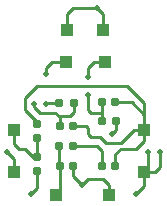
<source format=gtl>
%TF.GenerationSoftware,KiCad,Pcbnew,9.0.6*%
%TF.CreationDate,2026-01-01T02:53:18-05:00*%
%TF.ProjectId,Project Resonator Crossover Circuit PCB,50726f6a-6563-4742-9052-65736f6e6174,rev?*%
%TF.SameCoordinates,Original*%
%TF.FileFunction,Copper,L1,Top*%
%TF.FilePolarity,Positive*%
%FSLAX46Y46*%
G04 Gerber Fmt 4.6, Leading zero omitted, Abs format (unit mm)*
G04 Created by KiCad (PCBNEW 9.0.6) date 2026-01-01 02:53:18*
%MOMM*%
%LPD*%
G01*
G04 APERTURE LIST*
G04 Aperture macros list*
%AMRoundRect*
0 Rectangle with rounded corners*
0 $1 Rounding radius*
0 $2 $3 $4 $5 $6 $7 $8 $9 X,Y pos of 4 corners*
0 Add a 4 corners polygon primitive as box body*
4,1,4,$2,$3,$4,$5,$6,$7,$8,$9,$2,$3,0*
0 Add four circle primitives for the rounded corners*
1,1,$1+$1,$2,$3*
1,1,$1+$1,$4,$5*
1,1,$1+$1,$6,$7*
1,1,$1+$1,$8,$9*
0 Add four rect primitives between the rounded corners*
20,1,$1+$1,$2,$3,$4,$5,0*
20,1,$1+$1,$4,$5,$6,$7,0*
20,1,$1+$1,$6,$7,$8,$9,0*
20,1,$1+$1,$8,$9,$2,$3,0*%
G04 Aperture macros list end*
%TA.AperFunction,SMDPad,CuDef*%
%ADD10R,1.000000X1.000000*%
%TD*%
%TA.AperFunction,SMDPad,CuDef*%
%ADD11RoundRect,0.160000X0.197500X0.160000X-0.197500X0.160000X-0.197500X-0.160000X0.197500X-0.160000X0*%
%TD*%
%TA.AperFunction,SMDPad,CuDef*%
%ADD12RoundRect,0.160000X-0.197500X-0.160000X0.197500X-0.160000X0.197500X0.160000X-0.197500X0.160000X0*%
%TD*%
%TA.AperFunction,SMDPad,CuDef*%
%ADD13RoundRect,0.155000X-0.212500X-0.155000X0.212500X-0.155000X0.212500X0.155000X-0.212500X0.155000X0*%
%TD*%
%TA.AperFunction,SMDPad,CuDef*%
%ADD14RoundRect,0.155000X-0.155000X0.212500X-0.155000X-0.212500X0.155000X-0.212500X0.155000X0.212500X0*%
%TD*%
%TA.AperFunction,SMDPad,CuDef*%
%ADD15RoundRect,0.160000X0.160000X-0.197500X0.160000X0.197500X-0.160000X0.197500X-0.160000X-0.197500X0*%
%TD*%
%TA.AperFunction,ViaPad*%
%ADD16C,0.508000*%
%TD*%
%TA.AperFunction,Conductor*%
%ADD17C,0.254000*%
%TD*%
G04 APERTURE END LIST*
D10*
%TO.P,H2,1,1*%
%TO.N,GND*%
X152500000Y-102000000D03*
%TD*%
D11*
%TO.P,R6,1*%
%TO.N,+*%
X157529500Y-96175000D03*
%TO.P,R6,2*%
%TO.N,GND*%
X156334500Y-96175000D03*
%TD*%
D12*
%TO.P,R3,1*%
%TO.N,+*%
X159902500Y-97750000D03*
%TO.P,R3,2*%
%TO.N,GND*%
X161097500Y-97750000D03*
%TD*%
D13*
%TO.P,C4,1*%
%TO.N,+*%
X159932500Y-101500000D03*
%TO.P,C4,2*%
X161067500Y-101500000D03*
%TD*%
D10*
%TO.P,H8,1,1*%
%TO.N,GND*%
X157000000Y-90000000D03*
%TD*%
%TO.P,H4,1,1*%
%TO.N,GND*%
X160528000Y-104000000D03*
%TD*%
%TO.P,H1,1,1*%
%TO.N,+*%
X152500000Y-98500000D03*
%TD*%
%TO.P,H9,1,1*%
%TO.N,+*%
X163500000Y-98500000D03*
%TD*%
D13*
%TO.P,C2,1*%
%TO.N,+*%
X156357500Y-98150000D03*
%TO.P,C2,2*%
X157492500Y-98150000D03*
%TD*%
D12*
%TO.P,R2,1*%
%TO.N,+*%
X156327500Y-99825000D03*
%TO.P,R2,2*%
X157522500Y-99825000D03*
%TD*%
D10*
%TO.P,H6,1,1*%
%TO.N,GND*%
X160000000Y-90000000D03*
%TD*%
D13*
%TO.P,C6,1*%
%TO.N,+*%
X159932500Y-96150000D03*
%TO.P,C6,2*%
X161067500Y-96150000D03*
%TD*%
D10*
%TO.P,H10,1,1*%
%TO.N,GND*%
X163500000Y-102000000D03*
%TD*%
%TO.P,H5,1,1*%
%TO.N,+*%
X160150000Y-92710000D03*
%TD*%
%TO.P,H3,1,1*%
%TO.N,+*%
X156000000Y-104000000D03*
%TD*%
%TO.P,H7,1,1*%
%TO.N,+*%
X156900000Y-92710000D03*
%TD*%
D13*
%TO.P,C5,1*%
%TO.N,+*%
X156364500Y-101500000D03*
%TO.P,C5,2*%
%TO.N,GND*%
X157499500Y-101500000D03*
%TD*%
D14*
%TO.P,C1,1*%
%TO.N,+*%
X154432000Y-100778500D03*
%TO.P,C1,2*%
%TO.N,GND*%
X154432000Y-101913500D03*
%TD*%
D15*
%TO.P,R5,1*%
%TO.N,+*%
X154432000Y-99149500D03*
%TO.P,R5,2*%
X154432000Y-97954500D03*
%TD*%
D16*
%TO.N,GND*%
X164846000Y-100330000D03*
X155194000Y-96266000D03*
X162814000Y-103886000D03*
X159512000Y-88138000D03*
X151892000Y-100330000D03*
X153924000Y-103886000D03*
X160782000Y-98806000D03*
X163830000Y-100330000D03*
X158242000Y-103124000D03*
%TO.N,+*%
X154178000Y-96266000D03*
X158750000Y-95504000D03*
X155194000Y-93726000D03*
X158750000Y-93980000D03*
%TD*%
D17*
%TO.N,GND*%
X160020000Y-102616000D02*
X158750000Y-102616000D01*
X161097500Y-98490500D02*
X160782000Y-98806000D01*
X161097500Y-97750000D02*
X161097500Y-98490500D01*
X155125000Y-96197000D02*
X155194000Y-96266000D01*
X157480000Y-88138000D02*
X159512000Y-88138000D01*
X160000000Y-90000000D02*
X160000000Y-88626000D01*
X157499500Y-102381500D02*
X158242000Y-103124000D01*
X152500000Y-102000000D02*
X152500000Y-100938000D01*
X155125000Y-96175000D02*
X156334500Y-96175000D01*
X164446000Y-102000000D02*
X163500000Y-102000000D01*
X160000000Y-88626000D02*
X159512000Y-88138000D01*
X160528000Y-103124000D02*
X160020000Y-102616000D01*
X154432000Y-103378000D02*
X153924000Y-103886000D01*
X152500000Y-100938000D02*
X151892000Y-100330000D01*
X154432000Y-101913500D02*
X154432000Y-103378000D01*
X157000000Y-88618000D02*
X157480000Y-88138000D01*
X164846000Y-101600000D02*
X164446000Y-102000000D01*
X157499500Y-101500000D02*
X157499500Y-102381500D01*
X163830000Y-101670000D02*
X163500000Y-102000000D01*
X162814000Y-103886000D02*
X163500000Y-103200000D01*
X163830000Y-100330000D02*
X163830000Y-101670000D01*
X164846000Y-100330000D02*
X164846000Y-101600000D01*
X155125000Y-96175000D02*
X155125000Y-96197000D01*
X157000000Y-90000000D02*
X157000000Y-88618000D01*
X163500000Y-103200000D02*
X163500000Y-102000000D01*
X158750000Y-102616000D02*
X158242000Y-103124000D01*
X160528000Y-104000000D02*
X160528000Y-103124000D01*
%TO.N,+*%
X160274000Y-99568000D02*
X161544000Y-99568000D01*
X163500000Y-98500000D02*
X163500000Y-96190000D01*
X159004000Y-99060000D02*
X159766000Y-99060000D01*
X159932500Y-97028000D02*
X159932500Y-97720000D01*
X159766000Y-99060000D02*
X160274000Y-99568000D01*
X156327500Y-101463000D02*
X156364500Y-101500000D01*
X156357500Y-97388500D02*
X155997000Y-97028000D01*
X155702000Y-92710000D02*
X156900000Y-92710000D01*
X154432000Y-96774000D02*
X154178000Y-96520000D01*
X158750000Y-98806000D02*
X159004000Y-99060000D01*
X161067500Y-100552500D02*
X161067500Y-101500000D01*
X159932500Y-97028000D02*
X159004000Y-97028000D01*
X156364500Y-103635500D02*
X156000000Y-104000000D01*
X159512000Y-99822000D02*
X159509000Y-99825000D01*
X154118500Y-100778500D02*
X153416000Y-100076000D01*
X158750000Y-93980000D02*
X158750000Y-93218000D01*
X154432000Y-99149500D02*
X154432000Y-100778500D01*
X157226000Y-97282000D02*
X157529500Y-96978500D01*
X163500000Y-98500000D02*
X163500000Y-99390000D01*
X163500000Y-99390000D02*
X162814000Y-100076000D01*
X159258000Y-92710000D02*
X160150000Y-92710000D01*
X159932500Y-101500000D02*
X159932500Y-100242500D01*
X162612000Y-98500000D02*
X163500000Y-98500000D01*
X156364500Y-101500000D02*
X156364500Y-103635500D01*
X159932500Y-96150000D02*
X159932500Y-97028000D01*
X154178000Y-96520000D02*
X154178000Y-96266000D01*
X156327500Y-99825000D02*
X156327500Y-101463000D01*
X159004000Y-97028000D02*
X158750000Y-96774000D01*
X159932500Y-97720000D02*
X159902500Y-97750000D01*
X155194000Y-93218000D02*
X155702000Y-92710000D01*
X154686000Y-97028000D02*
X154432000Y-96774000D01*
X156464000Y-97282000D02*
X157226000Y-97282000D01*
X158750000Y-96774000D02*
X158750000Y-95504000D01*
X155194000Y-93726000D02*
X155194000Y-93218000D01*
X157529500Y-96978500D02*
X157529500Y-96175000D01*
X156357500Y-98150000D02*
X156357500Y-97388500D01*
X163500000Y-98500000D02*
X163500000Y-97206000D01*
X161544000Y-100076000D02*
X161067500Y-100552500D01*
X158602000Y-98150000D02*
X158750000Y-98298000D01*
X154432000Y-100778500D02*
X154118500Y-100778500D01*
X152500000Y-99668000D02*
X152500000Y-98500000D01*
X153416000Y-95758000D02*
X153416000Y-96774000D01*
X152908000Y-100076000D02*
X152500000Y-99668000D01*
X154432000Y-94742000D02*
X153416000Y-95758000D01*
X163500000Y-96190000D02*
X162052000Y-94742000D01*
X161544000Y-99568000D02*
X162612000Y-98500000D01*
X159509000Y-99825000D02*
X157522500Y-99825000D01*
X153416000Y-100076000D02*
X152908000Y-100076000D01*
X163500000Y-97206000D02*
X162444000Y-96150000D01*
X153416000Y-96774000D02*
X154432000Y-97790000D01*
X156357500Y-97388500D02*
X156464000Y-97282000D01*
X155997000Y-97028000D02*
X154686000Y-97028000D01*
X162052000Y-94742000D02*
X154432000Y-94742000D01*
X158750000Y-98298000D02*
X158750000Y-98806000D01*
X162444000Y-96150000D02*
X161067500Y-96150000D01*
X157492500Y-98150000D02*
X158602000Y-98150000D01*
X162814000Y-100076000D02*
X161544000Y-100076000D01*
X154432000Y-97790000D02*
X154432000Y-97954500D01*
X159932500Y-100242500D02*
X159512000Y-99822000D01*
X158750000Y-93218000D02*
X159258000Y-92710000D01*
%TD*%
M02*

</source>
